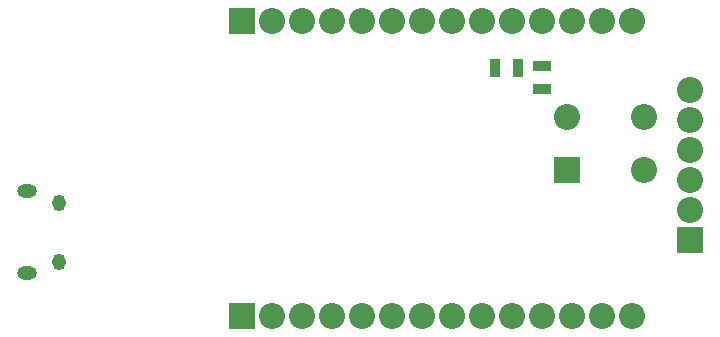
<source format=gbs>
G04*
G04 #@! TF.GenerationSoftware,Altium Limited,Altium Designer,24.5.2 (23)*
G04*
G04 Layer_Color=16711935*
%FSLAX44Y44*%
%MOMM*%
G71*
G04*
G04 #@! TF.SameCoordinates,52CA54B2-E9F7-45E4-B012-8A7E883E60BD*
G04*
G04*
G04 #@! TF.FilePolarity,Negative*
G04*
G01*
G75*
%ADD33R,0.9032X1.5032*%
%ADD39R,1.5032X0.9032*%
%ADD41R,2.2032X2.2032*%
%ADD42C,2.2032*%
%ADD43O,1.6700X1.1200*%
%ADD44O,1.1200X1.4200*%
%ADD45R,2.2032X2.2032*%
D33*
X432500Y235000D02*
D03*
X413500D02*
D03*
D39*
X453000Y236500D02*
D03*
Y217500D02*
D03*
D41*
X199200Y275000D02*
D03*
Y25000D02*
D03*
X474500Y148500D02*
D03*
D42*
X224600Y275000D02*
D03*
X250000D02*
D03*
X275400D02*
D03*
X300800D02*
D03*
X326200D02*
D03*
X351600D02*
D03*
X377000D02*
D03*
X402400D02*
D03*
X427800D02*
D03*
X453200D02*
D03*
X478600D02*
D03*
X504000D02*
D03*
X529400D02*
D03*
X224600Y25000D02*
D03*
X250000D02*
D03*
X275400D02*
D03*
X300800D02*
D03*
X326200D02*
D03*
X351600D02*
D03*
X377000D02*
D03*
X402400D02*
D03*
X427800D02*
D03*
X453200D02*
D03*
X478600D02*
D03*
X504000D02*
D03*
X529400D02*
D03*
X539500Y148500D02*
D03*
X474500Y193500D02*
D03*
X539500D02*
D03*
X578000Y190800D02*
D03*
Y216200D02*
D03*
Y140000D02*
D03*
Y165400D02*
D03*
Y114600D02*
D03*
D43*
X17000Y61000D02*
D03*
Y131000D02*
D03*
D44*
X44000Y71000D02*
D03*
Y121000D02*
D03*
D45*
X578000Y89200D02*
D03*
M02*

</source>
